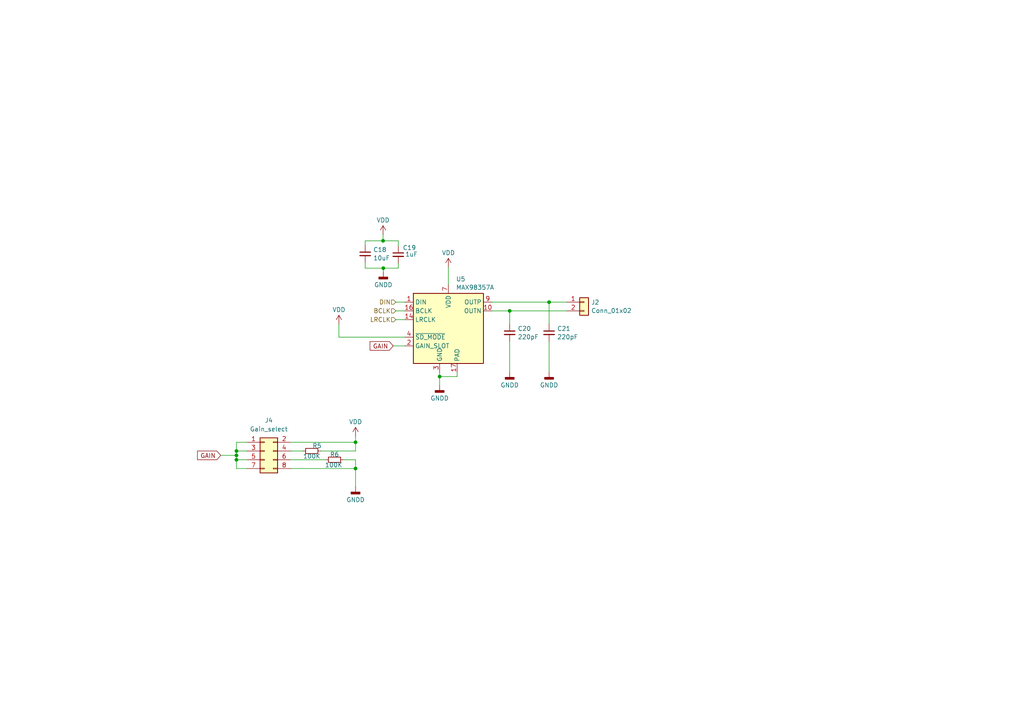
<source format=kicad_sch>
(kicad_sch
	(version 20231120)
	(generator "eeschema")
	(generator_version "8.0")
	(uuid "05de64a9-fe69-439f-a47f-1d4004c42f1d")
	(paper "A4")
	(lib_symbols
		(symbol "Audio:MAX98357A"
			(exclude_from_sim no)
			(in_bom yes)
			(on_board yes)
			(property "Reference" "U"
				(at -8.89 11.43 0)
				(effects
					(font
						(size 1.27 1.27)
					)
				)
			)
			(property "Value" "MAX98357A"
				(at 10.16 11.43 0)
				(effects
					(font
						(size 1.27 1.27)
					)
				)
			)
			(property "Footprint" "Package_DFN_QFN:TQFN-16-1EP_3x3mm_P0.5mm_EP1.23x1.23mm"
				(at -1.27 -2.54 0)
				(effects
					(font
						(size 1.27 1.27)
					)
					(hide yes)
				)
			)
			(property "Datasheet" "https://www.analog.com/media/en/technical-documentation/data-sheets/MAX98357A-MAX98357B.pdf"
				(at 0 -2.54 0)
				(effects
					(font
						(size 1.27 1.27)
					)
					(hide yes)
				)
			)
			(property "Description" "Mono DAC with amplifier, I2S, PCM, TDM, 32-bit, 96khz, 3.2W, TQFP-16"
				(at 0 0 0)
				(effects
					(font
						(size 1.27 1.27)
					)
					(hide yes)
				)
			)
			(property "ki_keywords" "pcm tdm i2s left-justified amplifier audio dac"
				(at 0 0 0)
				(effects
					(font
						(size 1.27 1.27)
					)
					(hide yes)
				)
			)
			(property "ki_fp_filters" "TQFN*3x3mm*P0.5mm*EP1.23x1.23mm*"
				(at 0 0 0)
				(effects
					(font
						(size 1.27 1.27)
					)
					(hide yes)
				)
			)
			(symbol "MAX98357A_1_1"
				(rectangle
					(start -10.16 10.16)
					(end 10.16 -10.16)
					(stroke
						(width 0.254)
						(type default)
					)
					(fill
						(type background)
					)
				)
				(pin input line
					(at -12.7 7.62 0)
					(length 2.54)
					(name "DIN"
						(effects
							(font
								(size 1.27 1.27)
							)
						)
					)
					(number "1"
						(effects
							(font
								(size 1.27 1.27)
							)
						)
					)
				)
				(pin output line
					(at 12.7 5.08 180)
					(length 2.54)
					(name "OUTN"
						(effects
							(font
								(size 1.27 1.27)
							)
						)
					)
					(number "10"
						(effects
							(font
								(size 1.27 1.27)
							)
						)
					)
				)
				(pin passive line
					(at -2.54 -12.7 90)
					(length 2.54) hide
					(name "GND"
						(effects
							(font
								(size 1.27 1.27)
							)
						)
					)
					(number "11"
						(effects
							(font
								(size 1.27 1.27)
							)
						)
					)
				)
				(pin no_connect line
					(at 10.16 -5.08 180)
					(length 2.54) hide
					(name "NC"
						(effects
							(font
								(size 1.27 1.27)
							)
						)
					)
					(number "12"
						(effects
							(font
								(size 1.27 1.27)
							)
						)
					)
				)
				(pin no_connect line
					(at 10.16 -7.62 180)
					(length 2.54) hide
					(name "NC"
						(effects
							(font
								(size 1.27 1.27)
							)
						)
					)
					(number "13"
						(effects
							(font
								(size 1.27 1.27)
							)
						)
					)
				)
				(pin input line
					(at -12.7 2.54 0)
					(length 2.54)
					(name "LRCLK"
						(effects
							(font
								(size 1.27 1.27)
							)
						)
					)
					(number "14"
						(effects
							(font
								(size 1.27 1.27)
							)
						)
					)
				)
				(pin passive line
					(at -2.54 -12.7 90)
					(length 2.54) hide
					(name "GND"
						(effects
							(font
								(size 1.27 1.27)
							)
						)
					)
					(number "15"
						(effects
							(font
								(size 1.27 1.27)
							)
						)
					)
				)
				(pin input line
					(at -12.7 5.08 0)
					(length 2.54)
					(name "BCLK"
						(effects
							(font
								(size 1.27 1.27)
							)
						)
					)
					(number "16"
						(effects
							(font
								(size 1.27 1.27)
							)
						)
					)
				)
				(pin unspecified line
					(at 2.54 -12.7 90)
					(length 2.54)
					(name "PAD"
						(effects
							(font
								(size 1.27 1.27)
							)
						)
					)
					(number "17"
						(effects
							(font
								(size 1.27 1.27)
							)
						)
					)
				)
				(pin passive line
					(at -12.7 -5.08 0)
					(length 2.54)
					(name "GAIN_SLOT"
						(effects
							(font
								(size 1.27 1.27)
							)
						)
					)
					(number "2"
						(effects
							(font
								(size 1.27 1.27)
							)
						)
					)
				)
				(pin power_in line
					(at -2.54 -12.7 90)
					(length 2.54)
					(name "GND"
						(effects
							(font
								(size 1.27 1.27)
							)
						)
					)
					(number "3"
						(effects
							(font
								(size 1.27 1.27)
							)
						)
					)
				)
				(pin input line
					(at -12.7 -2.54 0)
					(length 2.54)
					(name "~{SD_MODE}"
						(effects
							(font
								(size 1.27 1.27)
							)
						)
					)
					(number "4"
						(effects
							(font
								(size 1.27 1.27)
							)
						)
					)
				)
				(pin no_connect line
					(at 10.16 2.54 180)
					(length 2.54) hide
					(name "NC"
						(effects
							(font
								(size 1.27 1.27)
							)
						)
					)
					(number "5"
						(effects
							(font
								(size 1.27 1.27)
							)
						)
					)
				)
				(pin no_connect line
					(at 10.16 0 180)
					(length 2.54) hide
					(name "NC"
						(effects
							(font
								(size 1.27 1.27)
							)
						)
					)
					(number "6"
						(effects
							(font
								(size 1.27 1.27)
							)
						)
					)
				)
				(pin power_in line
					(at 0 12.7 270)
					(length 2.54)
					(name "VDD"
						(effects
							(font
								(size 1.27 1.27)
							)
						)
					)
					(number "7"
						(effects
							(font
								(size 1.27 1.27)
							)
						)
					)
				)
				(pin passive line
					(at 0 12.7 270)
					(length 2.54) hide
					(name "VDD"
						(effects
							(font
								(size 1.27 1.27)
							)
						)
					)
					(number "8"
						(effects
							(font
								(size 1.27 1.27)
							)
						)
					)
				)
				(pin output line
					(at 12.7 7.62 180)
					(length 2.54)
					(name "OUTP"
						(effects
							(font
								(size 1.27 1.27)
							)
						)
					)
					(number "9"
						(effects
							(font
								(size 1.27 1.27)
							)
						)
					)
				)
			)
		)
		(symbol "Connector_Generic:Conn_01x02"
			(pin_names
				(offset 1.016) hide)
			(exclude_from_sim no)
			(in_bom yes)
			(on_board yes)
			(property "Reference" "J"
				(at 0 2.54 0)
				(effects
					(font
						(size 1.27 1.27)
					)
				)
			)
			(property "Value" "Conn_01x02"
				(at 0 -5.08 0)
				(effects
					(font
						(size 1.27 1.27)
					)
				)
			)
			(property "Footprint" ""
				(at 0 0 0)
				(effects
					(font
						(size 1.27 1.27)
					)
					(hide yes)
				)
			)
			(property "Datasheet" "~"
				(at 0 0 0)
				(effects
					(font
						(size 1.27 1.27)
					)
					(hide yes)
				)
			)
			(property "Description" "Generic connector, single row, 01x02, script generated (kicad-library-utils/schlib/autogen/connector/)"
				(at 0 0 0)
				(effects
					(font
						(size 1.27 1.27)
					)
					(hide yes)
				)
			)
			(property "ki_keywords" "connector"
				(at 0 0 0)
				(effects
					(font
						(size 1.27 1.27)
					)
					(hide yes)
				)
			)
			(property "ki_fp_filters" "Connector*:*_1x??_*"
				(at 0 0 0)
				(effects
					(font
						(size 1.27 1.27)
					)
					(hide yes)
				)
			)
			(symbol "Conn_01x02_1_1"
				(rectangle
					(start -1.27 -2.413)
					(end 0 -2.667)
					(stroke
						(width 0.1524)
						(type default)
					)
					(fill
						(type none)
					)
				)
				(rectangle
					(start -1.27 0.127)
					(end 0 -0.127)
					(stroke
						(width 0.1524)
						(type default)
					)
					(fill
						(type none)
					)
				)
				(rectangle
					(start -1.27 1.27)
					(end 1.27 -3.81)
					(stroke
						(width 0.254)
						(type default)
					)
					(fill
						(type background)
					)
				)
				(pin passive line
					(at -5.08 0 0)
					(length 3.81)
					(name "Pin_1"
						(effects
							(font
								(size 1.27 1.27)
							)
						)
					)
					(number "1"
						(effects
							(font
								(size 1.27 1.27)
							)
						)
					)
				)
				(pin passive line
					(at -5.08 -2.54 0)
					(length 3.81)
					(name "Pin_2"
						(effects
							(font
								(size 1.27 1.27)
							)
						)
					)
					(number "2"
						(effects
							(font
								(size 1.27 1.27)
							)
						)
					)
				)
			)
		)
		(symbol "Connector_Generic:Conn_02x04_Odd_Even"
			(pin_names
				(offset 1.016) hide)
			(exclude_from_sim no)
			(in_bom yes)
			(on_board yes)
			(property "Reference" "J"
				(at 1.27 5.08 0)
				(effects
					(font
						(size 1.27 1.27)
					)
				)
			)
			(property "Value" "Conn_02x04_Odd_Even"
				(at 1.27 -7.62 0)
				(effects
					(font
						(size 1.27 1.27)
					)
				)
			)
			(property "Footprint" ""
				(at 0 0 0)
				(effects
					(font
						(size 1.27 1.27)
					)
					(hide yes)
				)
			)
			(property "Datasheet" "~"
				(at 0 0 0)
				(effects
					(font
						(size 1.27 1.27)
					)
					(hide yes)
				)
			)
			(property "Description" "Generic connector, double row, 02x04, odd/even pin numbering scheme (row 1 odd numbers, row 2 even numbers), script generated (kicad-library-utils/schlib/autogen/connector/)"
				(at 0 0 0)
				(effects
					(font
						(size 1.27 1.27)
					)
					(hide yes)
				)
			)
			(property "ki_keywords" "connector"
				(at 0 0 0)
				(effects
					(font
						(size 1.27 1.27)
					)
					(hide yes)
				)
			)
			(property "ki_fp_filters" "Connector*:*_2x??_*"
				(at 0 0 0)
				(effects
					(font
						(size 1.27 1.27)
					)
					(hide yes)
				)
			)
			(symbol "Conn_02x04_Odd_Even_1_1"
				(rectangle
					(start -1.27 -4.953)
					(end 0 -5.207)
					(stroke
						(width 0.1524)
						(type default)
					)
					(fill
						(type none)
					)
				)
				(rectangle
					(start -1.27 -2.413)
					(end 0 -2.667)
					(stroke
						(width 0.1524)
						(type default)
					)
					(fill
						(type none)
					)
				)
				(rectangle
					(start -1.27 0.127)
					(end 0 -0.127)
					(stroke
						(width 0.1524)
						(type default)
					)
					(fill
						(type none)
					)
				)
				(rectangle
					(start -1.27 2.667)
					(end 0 2.413)
					(stroke
						(width 0.1524)
						(type default)
					)
					(fill
						(type none)
					)
				)
				(rectangle
					(start -1.27 3.81)
					(end 3.81 -6.35)
					(stroke
						(width 0.254)
						(type default)
					)
					(fill
						(type background)
					)
				)
				(rectangle
					(start 3.81 -4.953)
					(end 2.54 -5.207)
					(stroke
						(width 0.1524)
						(type default)
					)
					(fill
						(type none)
					)
				)
				(rectangle
					(start 3.81 -2.413)
					(end 2.54 -2.667)
					(stroke
						(width 0.1524)
						(type default)
					)
					(fill
						(type none)
					)
				)
				(rectangle
					(start 3.81 0.127)
					(end 2.54 -0.127)
					(stroke
						(width 0.1524)
						(type default)
					)
					(fill
						(type none)
					)
				)
				(rectangle
					(start 3.81 2.667)
					(end 2.54 2.413)
					(stroke
						(width 0.1524)
						(type default)
					)
					(fill
						(type none)
					)
				)
				(pin passive line
					(at -5.08 2.54 0)
					(length 3.81)
					(name "Pin_1"
						(effects
							(font
								(size 1.27 1.27)
							)
						)
					)
					(number "1"
						(effects
							(font
								(size 1.27 1.27)
							)
						)
					)
				)
				(pin passive line
					(at 7.62 2.54 180)
					(length 3.81)
					(name "Pin_2"
						(effects
							(font
								(size 1.27 1.27)
							)
						)
					)
					(number "2"
						(effects
							(font
								(size 1.27 1.27)
							)
						)
					)
				)
				(pin passive line
					(at -5.08 0 0)
					(length 3.81)
					(name "Pin_3"
						(effects
							(font
								(size 1.27 1.27)
							)
						)
					)
					(number "3"
						(effects
							(font
								(size 1.27 1.27)
							)
						)
					)
				)
				(pin passive line
					(at 7.62 0 180)
					(length 3.81)
					(name "Pin_4"
						(effects
							(font
								(size 1.27 1.27)
							)
						)
					)
					(number "4"
						(effects
							(font
								(size 1.27 1.27)
							)
						)
					)
				)
				(pin passive line
					(at -5.08 -2.54 0)
					(length 3.81)
					(name "Pin_5"
						(effects
							(font
								(size 1.27 1.27)
							)
						)
					)
					(number "5"
						(effects
							(font
								(size 1.27 1.27)
							)
						)
					)
				)
				(pin passive line
					(at 7.62 -2.54 180)
					(length 3.81)
					(name "Pin_6"
						(effects
							(font
								(size 1.27 1.27)
							)
						)
					)
					(number "6"
						(effects
							(font
								(size 1.27 1.27)
							)
						)
					)
				)
				(pin passive line
					(at -5.08 -5.08 0)
					(length 3.81)
					(name "Pin_7"
						(effects
							(font
								(size 1.27 1.27)
							)
						)
					)
					(number "7"
						(effects
							(font
								(size 1.27 1.27)
							)
						)
					)
				)
				(pin passive line
					(at 7.62 -5.08 180)
					(length 3.81)
					(name "Pin_8"
						(effects
							(font
								(size 1.27 1.27)
							)
						)
					)
					(number "8"
						(effects
							(font
								(size 1.27 1.27)
							)
						)
					)
				)
			)
		)
		(symbol "Device:C_Small"
			(pin_numbers hide)
			(pin_names
				(offset 0.254) hide)
			(exclude_from_sim no)
			(in_bom yes)
			(on_board yes)
			(property "Reference" "C"
				(at 0.254 1.778 0)
				(effects
					(font
						(size 1.27 1.27)
					)
					(justify left)
				)
			)
			(property "Value" "C_Small"
				(at 0.254 -2.032 0)
				(effects
					(font
						(size 1.27 1.27)
					)
					(justify left)
				)
			)
			(property "Footprint" ""
				(at 0 0 0)
				(effects
					(font
						(size 1.27 1.27)
					)
					(hide yes)
				)
			)
			(property "Datasheet" "~"
				(at 0 0 0)
				(effects
					(font
						(size 1.27 1.27)
					)
					(hide yes)
				)
			)
			(property "Description" "Unpolarized capacitor, small symbol"
				(at 0 0 0)
				(effects
					(font
						(size 1.27 1.27)
					)
					(hide yes)
				)
			)
			(property "ki_keywords" "capacitor cap"
				(at 0 0 0)
				(effects
					(font
						(size 1.27 1.27)
					)
					(hide yes)
				)
			)
			(property "ki_fp_filters" "C_*"
				(at 0 0 0)
				(effects
					(font
						(size 1.27 1.27)
					)
					(hide yes)
				)
			)
			(symbol "C_Small_0_1"
				(polyline
					(pts
						(xy -1.524 -0.508) (xy 1.524 -0.508)
					)
					(stroke
						(width 0.3302)
						(type default)
					)
					(fill
						(type none)
					)
				)
				(polyline
					(pts
						(xy -1.524 0.508) (xy 1.524 0.508)
					)
					(stroke
						(width 0.3048)
						(type default)
					)
					(fill
						(type none)
					)
				)
			)
			(symbol "C_Small_1_1"
				(pin passive line
					(at 0 2.54 270)
					(length 2.032)
					(name "~"
						(effects
							(font
								(size 1.27 1.27)
							)
						)
					)
					(number "1"
						(effects
							(font
								(size 1.27 1.27)
							)
						)
					)
				)
				(pin passive line
					(at 0 -2.54 90)
					(length 2.032)
					(name "~"
						(effects
							(font
								(size 1.27 1.27)
							)
						)
					)
					(number "2"
						(effects
							(font
								(size 1.27 1.27)
							)
						)
					)
				)
			)
		)
		(symbol "Device:R_Small"
			(pin_numbers hide)
			(pin_names
				(offset 0.254) hide)
			(exclude_from_sim no)
			(in_bom yes)
			(on_board yes)
			(property "Reference" "R"
				(at 0.762 0.508 0)
				(effects
					(font
						(size 1.27 1.27)
					)
					(justify left)
				)
			)
			(property "Value" "R_Small"
				(at 0.762 -1.016 0)
				(effects
					(font
						(size 1.27 1.27)
					)
					(justify left)
				)
			)
			(property "Footprint" ""
				(at 0 0 0)
				(effects
					(font
						(size 1.27 1.27)
					)
					(hide yes)
				)
			)
			(property "Datasheet" "~"
				(at 0 0 0)
				(effects
					(font
						(size 1.27 1.27)
					)
					(hide yes)
				)
			)
			(property "Description" "Resistor, small symbol"
				(at 0 0 0)
				(effects
					(font
						(size 1.27 1.27)
					)
					(hide yes)
				)
			)
			(property "ki_keywords" "R resistor"
				(at 0 0 0)
				(effects
					(font
						(size 1.27 1.27)
					)
					(hide yes)
				)
			)
			(property "ki_fp_filters" "R_*"
				(at 0 0 0)
				(effects
					(font
						(size 1.27 1.27)
					)
					(hide yes)
				)
			)
			(symbol "R_Small_0_1"
				(rectangle
					(start -0.762 1.778)
					(end 0.762 -1.778)
					(stroke
						(width 0.2032)
						(type default)
					)
					(fill
						(type none)
					)
				)
			)
			(symbol "R_Small_1_1"
				(pin passive line
					(at 0 2.54 270)
					(length 0.762)
					(name "~"
						(effects
							(font
								(size 1.27 1.27)
							)
						)
					)
					(number "1"
						(effects
							(font
								(size 1.27 1.27)
							)
						)
					)
				)
				(pin passive line
					(at 0 -2.54 90)
					(length 0.762)
					(name "~"
						(effects
							(font
								(size 1.27 1.27)
							)
						)
					)
					(number "2"
						(effects
							(font
								(size 1.27 1.27)
							)
						)
					)
				)
			)
		)
		(symbol "power:GNDD"
			(power)
			(pin_names
				(offset 0)
			)
			(exclude_from_sim no)
			(in_bom yes)
			(on_board yes)
			(property "Reference" "#PWR"
				(at 0 -6.35 0)
				(effects
					(font
						(size 1.27 1.27)
					)
					(hide yes)
				)
			)
			(property "Value" "GNDD"
				(at 0 -3.175 0)
				(effects
					(font
						(size 1.27 1.27)
					)
				)
			)
			(property "Footprint" ""
				(at 0 0 0)
				(effects
					(font
						(size 1.27 1.27)
					)
					(hide yes)
				)
			)
			(property "Datasheet" ""
				(at 0 0 0)
				(effects
					(font
						(size 1.27 1.27)
					)
					(hide yes)
				)
			)
			(property "Description" "Power symbol creates a global label with name \"GNDD\" , digital ground"
				(at 0 0 0)
				(effects
					(font
						(size 1.27 1.27)
					)
					(hide yes)
				)
			)
			(property "ki_keywords" "global power"
				(at 0 0 0)
				(effects
					(font
						(size 1.27 1.27)
					)
					(hide yes)
				)
			)
			(symbol "GNDD_0_1"
				(rectangle
					(start -1.27 -1.524)
					(end 1.27 -2.032)
					(stroke
						(width 0.254)
						(type default)
					)
					(fill
						(type outline)
					)
				)
				(polyline
					(pts
						(xy 0 0) (xy 0 -1.524)
					)
					(stroke
						(width 0)
						(type default)
					)
					(fill
						(type none)
					)
				)
			)
			(symbol "GNDD_1_1"
				(pin power_in line
					(at 0 0 270)
					(length 0) hide
					(name "GNDD"
						(effects
							(font
								(size 1.27 1.27)
							)
						)
					)
					(number "1"
						(effects
							(font
								(size 1.27 1.27)
							)
						)
					)
				)
			)
		)
		(symbol "power:VDD"
			(power)
			(pin_names
				(offset 0)
			)
			(exclude_from_sim no)
			(in_bom yes)
			(on_board yes)
			(property "Reference" "#PWR"
				(at 0 -3.81 0)
				(effects
					(font
						(size 1.27 1.27)
					)
					(hide yes)
				)
			)
			(property "Value" "VDD"
				(at 0 3.81 0)
				(effects
					(font
						(size 1.27 1.27)
					)
				)
			)
			(property "Footprint" ""
				(at 0 0 0)
				(effects
					(font
						(size 1.27 1.27)
					)
					(hide yes)
				)
			)
			(property "Datasheet" ""
				(at 0 0 0)
				(effects
					(font
						(size 1.27 1.27)
					)
					(hide yes)
				)
			)
			(property "Description" "Power symbol creates a global label with name \"VDD\""
				(at 0 0 0)
				(effects
					(font
						(size 1.27 1.27)
					)
					(hide yes)
				)
			)
			(property "ki_keywords" "global power"
				(at 0 0 0)
				(effects
					(font
						(size 1.27 1.27)
					)
					(hide yes)
				)
			)
			(symbol "VDD_0_1"
				(polyline
					(pts
						(xy -0.762 1.27) (xy 0 2.54)
					)
					(stroke
						(width 0)
						(type default)
					)
					(fill
						(type none)
					)
				)
				(polyline
					(pts
						(xy 0 0) (xy 0 2.54)
					)
					(stroke
						(width 0)
						(type default)
					)
					(fill
						(type none)
					)
				)
				(polyline
					(pts
						(xy 0 2.54) (xy 0.762 1.27)
					)
					(stroke
						(width 0)
						(type default)
					)
					(fill
						(type none)
					)
				)
			)
			(symbol "VDD_1_1"
				(pin power_in line
					(at 0 0 90)
					(length 0) hide
					(name "VDD"
						(effects
							(font
								(size 1.27 1.27)
							)
						)
					)
					(number "1"
						(effects
							(font
								(size 1.27 1.27)
							)
						)
					)
				)
			)
		)
	)
	(junction
		(at 111.0996 69.85)
		(diameter 0)
		(color 0 0 0 0)
		(uuid "00032f72-ae30-4bf8-aa1b-da5b7a70bd9b")
	)
	(junction
		(at 68.58 132.08)
		(diameter 0)
		(color 0 0 0 0)
		(uuid "0b905899-0cc4-414f-99aa-f76da8b529bc")
	)
	(junction
		(at 68.58 130.81)
		(diameter 0)
		(color 0 0 0 0)
		(uuid "19dfa822-8c67-4030-9f4d-080871467eb3")
	)
	(junction
		(at 111.1758 77.7748)
		(diameter 0)
		(color 0 0 0 0)
		(uuid "1e00b9d5-ad31-4fbb-a4c1-6de53ff2a396")
	)
	(junction
		(at 159.258 87.63)
		(diameter 0)
		(color 0 0 0 0)
		(uuid "1ecca323-6fd9-437f-bef9-e33175f3827c")
	)
	(junction
		(at 127.508 109.22)
		(diameter 0)
		(color 0 0 0 0)
		(uuid "50c28c03-28d5-4188-b51c-f34775d92f4b")
	)
	(junction
		(at 103.124 135.89)
		(diameter 0)
		(color 0 0 0 0)
		(uuid "74db27f5-d155-4d2e-a600-7ebdd75adf30")
	)
	(junction
		(at 68.58 133.35)
		(diameter 0)
		(color 0 0 0 0)
		(uuid "936ff1f8-2182-4210-9c7e-536ed2991eea")
	)
	(junction
		(at 103.124 128.27)
		(diameter 0)
		(color 0 0 0 0)
		(uuid "9f6b2cd8-fe4d-4313-b0fd-dbc0253b1e19")
	)
	(junction
		(at 147.828 90.17)
		(diameter 0)
		(color 0 0 0 0)
		(uuid "b681dae8-13d6-4147-a67f-7d0817586e49")
	)
	(wire
		(pts
			(xy 114.808 92.71) (xy 117.348 92.71)
		)
		(stroke
			(width 0)
			(type default)
		)
		(uuid "025b4e83-36c9-4195-b82b-8ce6bf83aa4e")
	)
	(wire
		(pts
			(xy 114.046 100.33) (xy 117.348 100.33)
		)
		(stroke
			(width 0)
			(type default)
		)
		(uuid "0304a8ec-ffaa-4778-98f4-bda7d7bcdc4e")
	)
	(wire
		(pts
			(xy 127.508 109.22) (xy 127.508 111.76)
		)
		(stroke
			(width 0)
			(type default)
		)
		(uuid "0b14d61e-0956-4c16-ad38-b23ed74c6f7b")
	)
	(wire
		(pts
			(xy 105.918 76.1746) (xy 105.918 77.7748)
		)
		(stroke
			(width 0)
			(type default)
		)
		(uuid "102bf150-92db-4cf6-9898-119c82509612")
	)
	(wire
		(pts
			(xy 142.748 87.63) (xy 159.258 87.63)
		)
		(stroke
			(width 0)
			(type default)
		)
		(uuid "134bed80-fc09-44d7-9d50-a25572d6aa73")
	)
	(wire
		(pts
			(xy 92.964 130.81) (xy 103.124 130.81)
		)
		(stroke
			(width 0)
			(type default)
		)
		(uuid "14ea0a11-08a6-4901-bb24-29c94fa43fd6")
	)
	(wire
		(pts
			(xy 68.58 130.81) (xy 68.58 132.08)
		)
		(stroke
			(width 0)
			(type default)
		)
		(uuid "1530667e-5abc-4e1c-95d2-91096573714b")
	)
	(wire
		(pts
			(xy 142.748 90.17) (xy 147.828 90.17)
		)
		(stroke
			(width 0)
			(type default)
		)
		(uuid "15351389-4f9a-45eb-9fd5-eec9dbae7eb4")
	)
	(wire
		(pts
			(xy 159.258 87.63) (xy 159.258 93.98)
		)
		(stroke
			(width 0)
			(type default)
		)
		(uuid "193a0b4d-0866-44db-998c-833170ce3adc")
	)
	(wire
		(pts
			(xy 111.0996 69.85) (xy 115.5192 69.85)
		)
		(stroke
			(width 0)
			(type default)
		)
		(uuid "2f9d64e9-a8ce-4a02-bd35-5c582a58e926")
	)
	(wire
		(pts
			(xy 115.5192 69.85) (xy 115.5192 71.3232)
		)
		(stroke
			(width 0)
			(type default)
		)
		(uuid "314d1e09-0ba1-46f6-a9b5-2d2083209bf0")
	)
	(wire
		(pts
			(xy 114.808 87.63) (xy 117.348 87.63)
		)
		(stroke
			(width 0)
			(type default)
		)
		(uuid "36a6da45-1f1b-4da1-a1cb-bf342a667bf3")
	)
	(wire
		(pts
			(xy 147.828 90.17) (xy 147.828 93.98)
		)
		(stroke
			(width 0)
			(type default)
		)
		(uuid "3a73a354-1c39-4405-b155-242a37e34b7a")
	)
	(wire
		(pts
			(xy 105.918 77.7748) (xy 111.1758 77.7748)
		)
		(stroke
			(width 0)
			(type default)
		)
		(uuid "3d854feb-fb3f-4328-bb6d-8604765e5411")
	)
	(wire
		(pts
			(xy 103.124 135.89) (xy 103.124 141.224)
		)
		(stroke
			(width 0)
			(type default)
		)
		(uuid "4516fd53-3049-46b2-b5d1-d6f6c57cc6e2")
	)
	(wire
		(pts
			(xy 103.124 133.35) (xy 103.124 135.89)
		)
		(stroke
			(width 0)
			(type default)
		)
		(uuid "49199af4-b37d-4589-bd98-fab8ccbd28e4")
	)
	(wire
		(pts
			(xy 111.0996 67.9958) (xy 111.0996 69.85)
		)
		(stroke
			(width 0)
			(type default)
		)
		(uuid "557f46e3-5d76-4186-abbf-af7cbb17ada0")
	)
	(wire
		(pts
			(xy 105.918 69.85) (xy 111.0996 69.85)
		)
		(stroke
			(width 0)
			(type default)
		)
		(uuid "568de6a5-2d89-440f-bffd-95c72449e25e")
	)
	(wire
		(pts
			(xy 68.58 132.08) (xy 68.58 133.35)
		)
		(stroke
			(width 0)
			(type default)
		)
		(uuid "584248ee-ac76-4117-9eaa-ca2e4bab97ec")
	)
	(wire
		(pts
			(xy 103.124 130.81) (xy 103.124 128.27)
		)
		(stroke
			(width 0)
			(type default)
		)
		(uuid "5c50a20f-fce2-4a26-9527-58b990674f54")
	)
	(wire
		(pts
			(xy 68.58 133.35) (xy 68.58 135.89)
		)
		(stroke
			(width 0)
			(type default)
		)
		(uuid "5cad2134-7cbb-498a-a55e-3a08a0860e27")
	)
	(wire
		(pts
			(xy 68.58 135.89) (xy 71.628 135.89)
		)
		(stroke
			(width 0)
			(type default)
		)
		(uuid "5dae7e9c-ec41-40c9-bdc6-532a4bb95d33")
	)
	(wire
		(pts
			(xy 111.1758 77.7748) (xy 115.5192 77.7748)
		)
		(stroke
			(width 0)
			(type default)
		)
		(uuid "67c274c8-4a88-4389-a010-a0588dc66664")
	)
	(wire
		(pts
			(xy 114.808 90.17) (xy 117.348 90.17)
		)
		(stroke
			(width 0)
			(type default)
		)
		(uuid "70c467cd-6e59-4801-b8d1-a657d148d658")
	)
	(wire
		(pts
			(xy 115.5192 77.7748) (xy 115.5192 76.4032)
		)
		(stroke
			(width 0)
			(type default)
		)
		(uuid "714d39e3-dbf1-43c6-aaf4-9cde9c668c07")
	)
	(wire
		(pts
			(xy 99.568 133.35) (xy 103.124 133.35)
		)
		(stroke
			(width 0)
			(type default)
		)
		(uuid "71d42c25-4993-4926-b266-17f719fe3f36")
	)
	(wire
		(pts
			(xy 84.328 133.35) (xy 94.488 133.35)
		)
		(stroke
			(width 0)
			(type default)
		)
		(uuid "751d6007-e7ce-4392-a113-0def2d0cdd56")
	)
	(wire
		(pts
			(xy 64.008 132.08) (xy 68.58 132.08)
		)
		(stroke
			(width 0)
			(type default)
		)
		(uuid "772dee45-c55d-4760-9de4-dc05102a1ffb")
	)
	(wire
		(pts
			(xy 130.048 77.47) (xy 130.048 82.55)
		)
		(stroke
			(width 0)
			(type default)
		)
		(uuid "78822294-1ba1-41f2-846a-86244c657a0f")
	)
	(wire
		(pts
			(xy 84.328 135.89) (xy 103.124 135.89)
		)
		(stroke
			(width 0)
			(type default)
		)
		(uuid "7d764626-c300-42ad-988f-908383108876")
	)
	(wire
		(pts
			(xy 98.298 93.98) (xy 98.298 97.79)
		)
		(stroke
			(width 0)
			(type default)
		)
		(uuid "82d1383a-afb9-4a50-b032-8f625ff482bc")
	)
	(wire
		(pts
			(xy 68.58 130.81) (xy 71.628 130.81)
		)
		(stroke
			(width 0)
			(type default)
		)
		(uuid "864dd370-f41c-4c31-8b9e-ca56105290a3")
	)
	(wire
		(pts
			(xy 147.828 90.17) (xy 164.338 90.17)
		)
		(stroke
			(width 0)
			(type default)
		)
		(uuid "a5515e1c-b320-4020-afcc-c0605e7f437a")
	)
	(wire
		(pts
			(xy 68.58 133.35) (xy 71.628 133.35)
		)
		(stroke
			(width 0)
			(type default)
		)
		(uuid "aef52c80-6ffe-4025-a15e-914bc49ac53f")
	)
	(wire
		(pts
			(xy 68.58 128.27) (xy 68.58 130.81)
		)
		(stroke
			(width 0)
			(type default)
		)
		(uuid "af134519-a85c-463a-b7c7-4d154224f6af")
	)
	(wire
		(pts
			(xy 103.124 128.27) (xy 103.124 126.492)
		)
		(stroke
			(width 0)
			(type default)
		)
		(uuid "b197957a-fc02-4f0d-a2e1-c763355faede")
	)
	(wire
		(pts
			(xy 71.628 128.27) (xy 68.58 128.27)
		)
		(stroke
			(width 0)
			(type default)
		)
		(uuid "b3a6c1bd-4351-41d7-9fb4-542c09170bdf")
	)
	(wire
		(pts
			(xy 127.508 107.95) (xy 127.508 109.22)
		)
		(stroke
			(width 0)
			(type default)
		)
		(uuid "b78954ee-8e2c-42e9-a7b4-9d9e2053a00f")
	)
	(wire
		(pts
			(xy 84.328 128.27) (xy 103.124 128.27)
		)
		(stroke
			(width 0)
			(type default)
		)
		(uuid "b8097e41-4c84-4965-b79e-a52d88f06027")
	)
	(wire
		(pts
			(xy 105.918 71.0946) (xy 105.918 69.85)
		)
		(stroke
			(width 0)
			(type default)
		)
		(uuid "c27caa2e-56bf-46a4-9295-24e9429b5ea2")
	)
	(wire
		(pts
			(xy 132.588 109.22) (xy 127.508 109.22)
		)
		(stroke
			(width 0)
			(type default)
		)
		(uuid "c99b66b1-8833-4fcc-87b8-cfad9100c7ab")
	)
	(wire
		(pts
			(xy 111.1758 77.7748) (xy 111.1758 78.867)
		)
		(stroke
			(width 0)
			(type default)
		)
		(uuid "cdb9c905-8779-4671-8c38-028d08bdde89")
	)
	(wire
		(pts
			(xy 84.328 130.81) (xy 87.884 130.81)
		)
		(stroke
			(width 0)
			(type default)
		)
		(uuid "ce2268d8-50db-49c3-b0fe-8d73d749baf0")
	)
	(wire
		(pts
			(xy 159.258 87.63) (xy 164.338 87.63)
		)
		(stroke
			(width 0)
			(type default)
		)
		(uuid "e45e6e05-2b38-42de-a3b1-24117d344814")
	)
	(wire
		(pts
			(xy 147.828 99.06) (xy 147.828 107.95)
		)
		(stroke
			(width 0)
			(type default)
		)
		(uuid "f10fb12d-796b-42ab-b2ef-dc99045ca321")
	)
	(wire
		(pts
			(xy 159.258 99.06) (xy 159.258 107.95)
		)
		(stroke
			(width 0)
			(type default)
		)
		(uuid "f46a144e-43d5-4f50-93c6-484367f9ae8d")
	)
	(wire
		(pts
			(xy 132.588 107.95) (xy 132.588 109.22)
		)
		(stroke
			(width 0)
			(type default)
		)
		(uuid "f78b7bc0-955f-49d1-a785-2c33abba710e")
	)
	(wire
		(pts
			(xy 98.298 97.79) (xy 117.348 97.79)
		)
		(stroke
			(width 0)
			(type default)
		)
		(uuid "ff4f220e-c257-4f17-b4d4-807b195f326f")
	)
	(global_label "GAIN"
		(shape input)
		(at 114.046 100.33 180)
		(fields_autoplaced yes)
		(effects
			(font
				(size 1.27 1.27)
			)
			(justify right)
		)
		(uuid "03b8b9ec-e384-4359-b543-9149c77f83e8")
		(property "Intersheetrefs" "${INTERSHEET_REFS}"
			(at 106.7669 100.33 0)
			(effects
				(font
					(size 1.27 1.27)
				)
				(justify right)
				(hide yes)
			)
		)
	)
	(global_label "GAIN"
		(shape input)
		(at 64.008 132.08 180)
		(fields_autoplaced yes)
		(effects
			(font
				(size 1.27 1.27)
			)
			(justify right)
		)
		(uuid "8823a6aa-0536-4ef1-b15c-70ca177afa26")
		(property "Intersheetrefs" "${INTERSHEET_REFS}"
			(at 56.7289 132.08 0)
			(effects
				(font
					(size 1.27 1.27)
				)
				(justify right)
				(hide yes)
			)
		)
	)
	(hierarchical_label "DIN"
		(shape input)
		(at 114.808 87.63 180)
		(effects
			(font
				(size 1.27 1.27)
			)
			(justify right)
		)
		(uuid "01878e66-8ea9-4726-ae7c-00fe5f235917")
	)
	(hierarchical_label "BCLK"
		(shape input)
		(at 114.808 90.17 180)
		(effects
			(font
				(size 1.27 1.27)
			)
			(justify right)
		)
		(uuid "4a48af91-2b30-40aa-9f39-71c1544b72b2")
	)
	(hierarchical_label "LRCLK"
		(shape input)
		(at 114.808 92.71 180)
		(effects
			(font
				(size 1.27 1.27)
			)
			(justify right)
		)
		(uuid "5cca0c5c-e3a7-42de-9048-ded5121fc4a5")
	)
	(symbol
		(lib_id "power:GNDD")
		(at 103.124 141.224 0)
		(unit 1)
		(exclude_from_sim no)
		(in_bom yes)
		(on_board yes)
		(dnp no)
		(fields_autoplaced yes)
		(uuid "049a50b5-36d0-402b-9bdf-ad755fdb464f")
		(property "Reference" "#PWR039"
			(at 103.124 147.574 0)
			(effects
				(font
					(size 1.27 1.27)
				)
				(hide yes)
			)
		)
		(property "Value" "GNDD"
			(at 103.124 144.9761 0)
			(effects
				(font
					(size 1.27 1.27)
				)
			)
		)
		(property "Footprint" ""
			(at 103.124 141.224 0)
			(effects
				(font
					(size 1.27 1.27)
				)
				(hide yes)
			)
		)
		(property "Datasheet" ""
			(at 103.124 141.224 0)
			(effects
				(font
					(size 1.27 1.27)
				)
				(hide yes)
			)
		)
		(property "Description" ""
			(at 103.124 141.224 0)
			(effects
				(font
					(size 1.27 1.27)
				)
				(hide yes)
			)
		)
		(pin "1"
			(uuid "577f85bf-98f4-41ad-9b5a-3220c0b15e5f")
		)
		(instances
			(project "ADC_16bit_board_v0r0"
				(path "/8e32e40b-ffe6-4c0f-a79d-8b81109bf7e8/7163525a-cb80-4997-add5-629f2c6bd6a8"
					(reference "#PWR039")
					(unit 1)
				)
			)
		)
	)
	(symbol
		(lib_id "Device:C_Small")
		(at 147.828 96.52 0)
		(unit 1)
		(exclude_from_sim no)
		(in_bom yes)
		(on_board yes)
		(dnp no)
		(fields_autoplaced yes)
		(uuid "0a15f104-070c-4ad6-baf0-d325a65ed087")
		(property "Reference" "C20"
			(at 150.1521 95.3141 0)
			(effects
				(font
					(size 1.27 1.27)
				)
				(justify left)
			)
		)
		(property "Value" "220pF"
			(at 150.1521 97.7384 0)
			(effects
				(font
					(size 1.27 1.27)
				)
				(justify left)
			)
		)
		(property "Footprint" "Capacitor_SMD:C_0603_1608Metric"
			(at 147.828 96.52 0)
			(effects
				(font
					(size 1.27 1.27)
				)
				(hide yes)
			)
		)
		(property "Datasheet" "~"
			(at 147.828 96.52 0)
			(effects
				(font
					(size 1.27 1.27)
				)
				(hide yes)
			)
		)
		(property "Description" "Unpolarized capacitor, small symbol"
			(at 147.828 96.52 0)
			(effects
				(font
					(size 1.27 1.27)
				)
				(hide yes)
			)
		)
		(property "Desc" "CAP CER 220PF 50V X7R 0603"
			(at 147.828 96.52 0)
			(effects
				(font
					(size 1.27 1.27)
				)
				(hide yes)
			)
		)
		(property "Digi-Key_PN" "1276-1986-1-ND"
			(at 147.828 96.52 0)
			(effects
				(font
					(size 1.27 1.27)
				)
				(hide yes)
			)
		)
		(pin "2"
			(uuid "0ab7a092-09e7-42b8-a8a6-512d345a455c")
		)
		(pin "1"
			(uuid "8d557b70-c1e1-47c2-a2a2-cbb356d00d3b")
		)
		(instances
			(project "ADC_16bit_board_v0r0"
				(path "/8e32e40b-ffe6-4c0f-a79d-8b81109bf7e8/7163525a-cb80-4997-add5-629f2c6bd6a8"
					(reference "C20")
					(unit 1)
				)
			)
		)
	)
	(symbol
		(lib_id "power:GNDD")
		(at 159.258 107.95 0)
		(unit 1)
		(exclude_from_sim no)
		(in_bom yes)
		(on_board yes)
		(dnp no)
		(fields_autoplaced yes)
		(uuid "1377b0ec-bf6d-45e4-91f8-a9b169ff3c2a")
		(property "Reference" "#PWR031"
			(at 159.258 114.3 0)
			(effects
				(font
					(size 1.27 1.27)
				)
				(hide yes)
			)
		)
		(property "Value" "GNDD"
			(at 159.258 111.7021 0)
			(effects
				(font
					(size 1.27 1.27)
				)
			)
		)
		(property "Footprint" ""
			(at 159.258 107.95 0)
			(effects
				(font
					(size 1.27 1.27)
				)
				(hide yes)
			)
		)
		(property "Datasheet" ""
			(at 159.258 107.95 0)
			(effects
				(font
					(size 1.27 1.27)
				)
				(hide yes)
			)
		)
		(property "Description" ""
			(at 159.258 107.95 0)
			(effects
				(font
					(size 1.27 1.27)
				)
				(hide yes)
			)
		)
		(pin "1"
			(uuid "8ea88b19-2b23-462e-bf8e-4f707275cf06")
		)
		(instances
			(project "ADC_16bit_board_v0r0"
				(path "/8e32e40b-ffe6-4c0f-a79d-8b81109bf7e8/7163525a-cb80-4997-add5-629f2c6bd6a8"
					(reference "#PWR031")
					(unit 1)
				)
			)
		)
	)
	(symbol
		(lib_id "Device:R_Small")
		(at 97.028 133.35 90)
		(unit 1)
		(exclude_from_sim no)
		(in_bom yes)
		(on_board yes)
		(dnp no)
		(uuid "1a7b0aa7-efe7-465e-ad03-763ef87f7f99")
		(property "Reference" "R6"
			(at 97.028 131.826 90)
			(effects
				(font
					(size 1.27 1.27)
				)
			)
		)
		(property "Value" "100K"
			(at 96.774 134.874 90)
			(effects
				(font
					(size 1.27 1.27)
				)
			)
		)
		(property "Footprint" "Resistor_SMD:R_0603_1608Metric"
			(at 97.028 133.35 0)
			(effects
				(font
					(size 1.27 1.27)
				)
				(hide yes)
			)
		)
		(property "Datasheet" "~"
			(at 97.028 133.35 0)
			(effects
				(font
					(size 1.27 1.27)
				)
				(hide yes)
			)
		)
		(property "Description" ""
			(at 97.028 133.35 0)
			(effects
				(font
					(size 1.27 1.27)
				)
				(hide yes)
			)
		)
		(property "Digi-Key_PN" "RMCF0603FT100KCT-ND"
			(at 97.028 133.35 0)
			(effects
				(font
					(size 1.27 1.27)
				)
				(hide yes)
			)
		)
		(property "Desc" "RES 100K OHM 1% 1/10W 0603"
			(at 97.028 133.35 0)
			(effects
				(font
					(size 1.27 1.27)
				)
				(hide yes)
			)
		)
		(pin "1"
			(uuid "e02cf378-2f1b-4bc4-897f-a9386bc2569b")
		)
		(pin "2"
			(uuid "29c4fd9d-efd9-4e9b-b591-ba769d08f2e4")
		)
		(instances
			(project "ADC_16bit_board_v0r0"
				(path "/8e32e40b-ffe6-4c0f-a79d-8b81109bf7e8/7163525a-cb80-4997-add5-629f2c6bd6a8"
					(reference "R6")
					(unit 1)
				)
			)
		)
	)
	(symbol
		(lib_id "Device:C_Small")
		(at 159.258 96.52 0)
		(unit 1)
		(exclude_from_sim no)
		(in_bom yes)
		(on_board yes)
		(dnp no)
		(fields_autoplaced yes)
		(uuid "1b4aada8-de39-44aa-9179-feaa850621de")
		(property "Reference" "C21"
			(at 161.5821 95.3141 0)
			(effects
				(font
					(size 1.27 1.27)
				)
				(justify left)
			)
		)
		(property "Value" "220pF"
			(at 161.5821 97.7384 0)
			(effects
				(font
					(size 1.27 1.27)
				)
				(justify left)
			)
		)
		(property "Footprint" "Capacitor_SMD:C_0603_1608Metric"
			(at 159.258 96.52 0)
			(effects
				(font
					(size 1.27 1.27)
				)
				(hide yes)
			)
		)
		(property "Datasheet" "~"
			(at 159.258 96.52 0)
			(effects
				(font
					(size 1.27 1.27)
				)
				(hide yes)
			)
		)
		(property "Description" "Unpolarized capacitor, small symbol"
			(at 159.258 96.52 0)
			(effects
				(font
					(size 1.27 1.27)
				)
				(hide yes)
			)
		)
		(property "Desc" "CAP CER 220PF 50V X7R 0603"
			(at 159.258 96.52 0)
			(effects
				(font
					(size 1.27 1.27)
				)
				(hide yes)
			)
		)
		(property "Digi-Key_PN" "1276-1986-1-ND"
			(at 159.258 96.52 0)
			(effects
				(font
					(size 1.27 1.27)
				)
				(hide yes)
			)
		)
		(pin "2"
			(uuid "47b93546-ad42-4930-97c2-b746664f458a")
		)
		(pin "1"
			(uuid "8e0cb6f5-0275-4109-a646-9a146a98f6f1")
		)
		(instances
			(project "ADC_16bit_board_v0r0"
				(path "/8e32e40b-ffe6-4c0f-a79d-8b81109bf7e8/7163525a-cb80-4997-add5-629f2c6bd6a8"
					(reference "C21")
					(unit 1)
				)
			)
		)
	)
	(symbol
		(lib_id "power:GNDD")
		(at 111.1758 78.867 0)
		(unit 1)
		(exclude_from_sim no)
		(in_bom yes)
		(on_board yes)
		(dnp no)
		(fields_autoplaced yes)
		(uuid "387841d2-eb95-47dc-9cd8-bee4c7de499c")
		(property "Reference" "#PWR027"
			(at 111.1758 85.217 0)
			(effects
				(font
					(size 1.27 1.27)
				)
				(hide yes)
			)
		)
		(property "Value" "GNDD"
			(at 111.1758 82.6191 0)
			(effects
				(font
					(size 1.27 1.27)
				)
			)
		)
		(property "Footprint" ""
			(at 111.1758 78.867 0)
			(effects
				(font
					(size 1.27 1.27)
				)
				(hide yes)
			)
		)
		(property "Datasheet" ""
			(at 111.1758 78.867 0)
			(effects
				(font
					(size 1.27 1.27)
				)
				(hide yes)
			)
		)
		(property "Description" ""
			(at 111.1758 78.867 0)
			(effects
				(font
					(size 1.27 1.27)
				)
				(hide yes)
			)
		)
		(pin "1"
			(uuid "803c6805-2a29-470f-9d8c-b27297876cd8")
		)
		(instances
			(project "ADC_16bit_board_v0r0"
				(path "/8e32e40b-ffe6-4c0f-a79d-8b81109bf7e8/7163525a-cb80-4997-add5-629f2c6bd6a8"
					(reference "#PWR027")
					(unit 1)
				)
			)
		)
	)
	(symbol
		(lib_id "Audio:MAX98357A")
		(at 130.048 95.25 0)
		(unit 1)
		(exclude_from_sim no)
		(in_bom yes)
		(on_board yes)
		(dnp no)
		(fields_autoplaced yes)
		(uuid "4877932a-61ee-449a-b84a-1026a6afd0de")
		(property "Reference" "U5"
			(at 132.2421 80.9455 0)
			(effects
				(font
					(size 1.27 1.27)
				)
				(justify left)
			)
		)
		(property "Value" "MAX98357A"
			(at 132.2421 83.3698 0)
			(effects
				(font
					(size 1.27 1.27)
				)
				(justify left)
			)
		)
		(property "Footprint" "Package_DFN_QFN:TQFN-16-1EP_3x3mm_P0.5mm_EP1.23x1.23mm"
			(at 128.778 97.79 0)
			(effects
				(font
					(size 1.27 1.27)
				)
				(hide yes)
			)
		)
		(property "Datasheet" "https://www.analog.com/media/en/technical-documentation/data-sheets/MAX98357A-MAX98357B.pdf"
			(at 130.048 97.79 0)
			(effects
				(font
					(size 1.27 1.27)
				)
				(hide yes)
			)
		)
		(property "Description" "Mono DAC with amplifier, I2S, PCM, TDM, 32-bit, 96khz, 3.2W, TQFP-16"
			(at 130.048 95.25 0)
			(effects
				(font
					(size 1.27 1.27)
				)
				(hide yes)
			)
		)
		(property "Desc" "IC AMP CLASS D MONO 3.2W 16TQFN"
			(at 130.048 95.25 0)
			(effects
				(font
					(size 1.27 1.27)
				)
				(hide yes)
			)
		)
		(property "Digi-Key_PN" "MAX98357AETE+TCT-ND"
			(at 130.048 95.25 0)
			(effects
				(font
					(size 1.27 1.27)
				)
				(hide yes)
			)
		)
		(pin "6"
			(uuid "aaa576ea-f471-4c45-8f40-1150d0f131a4")
		)
		(pin "2"
			(uuid "2a87209b-8169-49d9-b040-75647f04ab2b")
		)
		(pin "12"
			(uuid "cc5dbc07-5076-4d27-b26b-c260749f537a")
		)
		(pin "16"
			(uuid "08b70192-d7c5-4bdb-97c2-6a9f67c27b06")
		)
		(pin "7"
			(uuid "be566751-5466-4066-b0f5-914b020c7ebc")
		)
		(pin "13"
			(uuid "23d509e0-dbc7-4c17-ba55-c25df7bc1ad8")
		)
		(pin "1"
			(uuid "fccbd536-160a-4ae6-951f-00e7955ed305")
		)
		(pin "14"
			(uuid "42ab8825-53f2-4ada-ab00-17763d71c00b")
		)
		(pin "11"
			(uuid "1f9b2b93-1ce4-4a29-8d38-d4be863e7586")
		)
		(pin "3"
			(uuid "8885985c-2426-4f7e-b74c-6c15316c1765")
		)
		(pin "8"
			(uuid "c47d031c-33dd-4f41-b550-3f1f233febbb")
		)
		(pin "10"
			(uuid "fc687d90-fa8a-43ed-abe9-65784ef914ba")
		)
		(pin "17"
			(uuid "899a7ec1-fda9-4e6e-83b2-75daaf6aeeb0")
		)
		(pin "9"
			(uuid "1f3cac51-5f21-408b-95ea-77858c5e22e2")
		)
		(pin "5"
			(uuid "31623b29-cf7c-4c1d-8b9f-57704caff317")
		)
		(pin "4"
			(uuid "1dff75c0-7f34-45e3-9394-af027f50d10d")
		)
		(pin "15"
			(uuid "b47af730-82ae-483e-848e-30f8c75ecc78")
		)
		(instances
			(project "ADC_16bit_board_v0r0"
				(path "/8e32e40b-ffe6-4c0f-a79d-8b81109bf7e8/7163525a-cb80-4997-add5-629f2c6bd6a8"
					(reference "U5")
					(unit 1)
				)
			)
		)
	)
	(symbol
		(lib_id "power:GNDD")
		(at 147.828 107.95 0)
		(unit 1)
		(exclude_from_sim no)
		(in_bom yes)
		(on_board yes)
		(dnp no)
		(fields_autoplaced yes)
		(uuid "552244cb-cceb-4e1d-84f0-2300cbc5c0d6")
		(property "Reference" "#PWR030"
			(at 147.828 114.3 0)
			(effects
				(font
					(size 1.27 1.27)
				)
				(hide yes)
			)
		)
		(property "Value" "GNDD"
			(at 147.828 111.7021 0)
			(effects
				(font
					(size 1.27 1.27)
				)
			)
		)
		(property "Footprint" ""
			(at 147.828 107.95 0)
			(effects
				(font
					(size 1.27 1.27)
				)
				(hide yes)
			)
		)
		(property "Datasheet" ""
			(at 147.828 107.95 0)
			(effects
				(font
					(size 1.27 1.27)
				)
				(hide yes)
			)
		)
		(property "Description" ""
			(at 147.828 107.95 0)
			(effects
				(font
					(size 1.27 1.27)
				)
				(hide yes)
			)
		)
		(pin "1"
			(uuid "85d595bf-6457-45d1-8cf8-311367320f01")
		)
		(instances
			(project "ADC_16bit_board_v0r0"
				(path "/8e32e40b-ffe6-4c0f-a79d-8b81109bf7e8/7163525a-cb80-4997-add5-629f2c6bd6a8"
					(reference "#PWR030")
					(unit 1)
				)
			)
		)
	)
	(symbol
		(lib_id "power:GNDD")
		(at 127.508 111.76 0)
		(unit 1)
		(exclude_from_sim no)
		(in_bom yes)
		(on_board yes)
		(dnp no)
		(fields_autoplaced yes)
		(uuid "712f002f-d7ac-4d86-a934-53cab861d36d")
		(property "Reference" "#PWR028"
			(at 127.508 118.11 0)
			(effects
				(font
					(size 1.27 1.27)
				)
				(hide yes)
			)
		)
		(property "Value" "GNDD"
			(at 127.508 115.5121 0)
			(effects
				(font
					(size 1.27 1.27)
				)
			)
		)
		(property "Footprint" ""
			(at 127.508 111.76 0)
			(effects
				(font
					(size 1.27 1.27)
				)
				(hide yes)
			)
		)
		(property "Datasheet" ""
			(at 127.508 111.76 0)
			(effects
				(font
					(size 1.27 1.27)
				)
				(hide yes)
			)
		)
		(property "Description" ""
			(at 127.508 111.76 0)
			(effects
				(font
					(size 1.27 1.27)
				)
				(hide yes)
			)
		)
		(pin "1"
			(uuid "d2119f93-fc9d-4e46-ad42-6af72db60e1b")
		)
		(instances
			(project "ADC_16bit_board_v0r0"
				(path "/8e32e40b-ffe6-4c0f-a79d-8b81109bf7e8/7163525a-cb80-4997-add5-629f2c6bd6a8"
					(reference "#PWR028")
					(unit 1)
				)
			)
		)
	)
	(symbol
		(lib_id "Connector_Generic:Conn_01x02")
		(at 169.418 87.63 0)
		(unit 1)
		(exclude_from_sim no)
		(in_bom yes)
		(on_board yes)
		(dnp no)
		(fields_autoplaced yes)
		(uuid "9a3e8382-ef9f-4955-a1fd-c2842e280e6d")
		(property "Reference" "J2"
			(at 171.45 87.6878 0)
			(effects
				(font
					(size 1.27 1.27)
				)
				(justify left)
			)
		)
		(property "Value" "Conn_01x02"
			(at 171.45 90.1121 0)
			(effects
				(font
					(size 1.27 1.27)
				)
				(justify left)
			)
		)
		(property "Footprint" "TerminalBlock_Phoenix:TerminalBlock_Phoenix_PT-1,5-2-3.5-H_1x02_P3.50mm_Horizontal"
			(at 169.418 87.63 0)
			(effects
				(font
					(size 1.27 1.27)
				)
				(hide yes)
			)
		)
		(property "Datasheet" "~"
			(at 169.418 87.63 0)
			(effects
				(font
					(size 1.27 1.27)
				)
				(hide yes)
			)
		)
		(property "Description" ""
			(at 169.418 87.63 0)
			(effects
				(font
					(size 1.27 1.27)
				)
				(hide yes)
			)
		)
		(property "Desc" "TERM BLK 2POS SIDE ENT 3.5MM PCB"
			(at 169.418 87.63 0)
			(effects
				(font
					(size 1.27 1.27)
				)
				(hide yes)
			)
		)
		(property "Digi-Key_PN" "277-1721-ND"
			(at 169.418 87.63 0)
			(effects
				(font
					(size 1.27 1.27)
				)
				(hide yes)
			)
		)
		(pin "1"
			(uuid "adbd6eb0-19e7-4976-9a0e-6a935cac1140")
		)
		(pin "2"
			(uuid "faa19f87-040a-46c7-a8de-a397d6a63e39")
		)
		(instances
			(project "ADC_16bit_board_v0r0"
				(path "/8e32e40b-ffe6-4c0f-a79d-8b81109bf7e8/7163525a-cb80-4997-add5-629f2c6bd6a8"
					(reference "J2")
					(unit 1)
				)
			)
		)
	)
	(symbol
		(lib_id "Device:C_Small")
		(at 115.5192 73.8632 0)
		(unit 1)
		(exclude_from_sim no)
		(in_bom yes)
		(on_board yes)
		(dnp no)
		(uuid "9ac3edc9-426c-4ee4-ac54-4a8889d09e2b")
		(property "Reference" "C19"
			(at 116.7892 71.8566 0)
			(effects
				(font
					(size 1.27 1.27)
				)
				(justify left)
			)
		)
		(property "Value" "1uF"
			(at 117.5004 73.7616 0)
			(effects
				(font
					(size 1.27 1.27)
				)
				(justify left)
			)
		)
		(property "Footprint" "Capacitor_SMD:C_0603_1608Metric"
			(at 115.5192 73.8632 0)
			(effects
				(font
					(size 1.27 1.27)
				)
				(hide yes)
			)
		)
		(property "Datasheet" "~"
			(at 115.5192 73.8632 0)
			(effects
				(font
					(size 1.27 1.27)
				)
				(hide yes)
			)
		)
		(property "Description" ""
			(at 115.5192 73.8632 0)
			(effects
				(font
					(size 1.27 1.27)
				)
				(hide yes)
			)
		)
		(property "Desc" "CAP CER 1UF 16V X7R 0603"
			(at 115.5192 73.8632 0)
			(effects
				(font
					(size 1.27 1.27)
				)
				(hide yes)
			)
		)
		(property "Digi-Key_PN" "1276-1019-1-ND"
			(at 115.5192 73.8632 0)
			(effects
				(font
					(size 1.27 1.27)
				)
				(hide yes)
			)
		)
		(pin "1"
			(uuid "eadb1d59-adcc-4ee3-99ba-0a989a4bf99c")
		)
		(pin "2"
			(uuid "a3ed1858-d939-4584-b7d4-2984408996fd")
		)
		(instances
			(project "ADC_16bit_board_v0r0"
				(path "/8e32e40b-ffe6-4c0f-a79d-8b81109bf7e8/7163525a-cb80-4997-add5-629f2c6bd6a8"
					(reference "C19")
					(unit 1)
				)
			)
		)
	)
	(symbol
		(lib_id "Device:C_Small")
		(at 105.918 73.6346 0)
		(unit 1)
		(exclude_from_sim no)
		(in_bom yes)
		(on_board yes)
		(dnp no)
		(fields_autoplaced yes)
		(uuid "b3e167ef-b6f4-40cd-bd3c-f6f891e55c2a")
		(property "Reference" "C18"
			(at 108.2421 72.4288 0)
			(effects
				(font
					(size 1.27 1.27)
				)
				(justify left)
			)
		)
		(property "Value" "10uF"
			(at 108.2421 74.853 0)
			(effects
				(font
					(size 1.27 1.27)
				)
				(justify left)
			)
		)
		(property "Footprint" "Capacitor_SMD:C_0603_1608Metric"
			(at 105.918 73.6346 0)
			(effects
				(font
					(size 1.27 1.27)
				)
				(hide yes)
			)
		)
		(property "Datasheet" "~"
			(at 105.918 73.6346 0)
			(effects
				(font
					(size 1.27 1.27)
				)
				(hide yes)
			)
		)
		(property "Description" ""
			(at 105.918 73.6346 0)
			(effects
				(font
					(size 1.27 1.27)
				)
				(hide yes)
			)
		)
		(property "Desc" "CAP CER 10UF 25V X5R 0603"
			(at 105.918 73.6346 0)
			(effects
				(font
					(size 1.27 1.27)
				)
				(hide yes)
			)
		)
		(property "Digi-Key_PN" "1276-1869-1-ND"
			(at 105.918 73.6346 0)
			(effects
				(font
					(size 1.27 1.27)
				)
				(hide yes)
			)
		)
		(pin "1"
			(uuid "7d616929-569c-4eda-8b25-8a88a591f901")
		)
		(pin "2"
			(uuid "a085f818-45ea-4e27-b0fe-d655819426cd")
		)
		(instances
			(project "ADC_16bit_board_v0r0"
				(path "/8e32e40b-ffe6-4c0f-a79d-8b81109bf7e8/7163525a-cb80-4997-add5-629f2c6bd6a8"
					(reference "C18")
					(unit 1)
				)
			)
		)
	)
	(symbol
		(lib_id "power:VDD")
		(at 98.298 93.98 0)
		(unit 1)
		(exclude_from_sim no)
		(in_bom yes)
		(on_board yes)
		(dnp no)
		(fields_autoplaced yes)
		(uuid "b72513bf-9875-443c-a3fb-54a0209a3d66")
		(property "Reference" "#PWR025"
			(at 98.298 97.79 0)
			(effects
				(font
					(size 1.27 1.27)
				)
				(hide yes)
			)
		)
		(property "Value" "VDD"
			(at 98.298 89.8469 0)
			(effects
				(font
					(size 1.27 1.27)
				)
			)
		)
		(property "Footprint" ""
			(at 98.298 93.98 0)
			(effects
				(font
					(size 1.27 1.27)
				)
				(hide yes)
			)
		)
		(property "Datasheet" ""
			(at 98.298 93.98 0)
			(effects
				(font
					(size 1.27 1.27)
				)
				(hide yes)
			)
		)
		(property "Description" ""
			(at 98.298 93.98 0)
			(effects
				(font
					(size 1.27 1.27)
				)
				(hide yes)
			)
		)
		(pin "1"
			(uuid "6832f597-985f-4a81-afab-f4e826be2e43")
		)
		(instances
			(project "ADC_16bit_board_v0r0"
				(path "/8e32e40b-ffe6-4c0f-a79d-8b81109bf7e8/7163525a-cb80-4997-add5-629f2c6bd6a8"
					(reference "#PWR025")
					(unit 1)
				)
			)
		)
	)
	(symbol
		(lib_id "power:VDD")
		(at 111.0996 67.9958 0)
		(unit 1)
		(exclude_from_sim no)
		(in_bom yes)
		(on_board yes)
		(dnp no)
		(fields_autoplaced yes)
		(uuid "b87726d5-0783-4ca1-bd39-545ae91f5638")
		(property "Reference" "#PWR026"
			(at 111.0996 71.8058 0)
			(effects
				(font
					(size 1.27 1.27)
				)
				(hide yes)
			)
		)
		(property "Value" "VDD"
			(at 111.0996 63.8627 0)
			(effects
				(font
					(size 1.27 1.27)
				)
			)
		)
		(property "Footprint" ""
			(at 111.0996 67.9958 0)
			(effects
				(font
					(size 1.27 1.27)
				)
				(hide yes)
			)
		)
		(property "Datasheet" ""
			(at 111.0996 67.9958 0)
			(effects
				(font
					(size 1.27 1.27)
				)
				(hide yes)
			)
		)
		(property "Description" ""
			(at 111.0996 67.9958 0)
			(effects
				(font
					(size 1.27 1.27)
				)
				(hide yes)
			)
		)
		(pin "1"
			(uuid "52f112c0-6eb7-417e-90d0-f6e014c47e86")
		)
		(instances
			(project "ADC_16bit_board_v0r0"
				(path "/8e32e40b-ffe6-4c0f-a79d-8b81109bf7e8/7163525a-cb80-4997-add5-629f2c6bd6a8"
					(reference "#PWR026")
					(unit 1)
				)
			)
		)
	)
	(symbol
		(lib_id "power:VDD")
		(at 103.124 126.492 0)
		(unit 1)
		(exclude_from_sim no)
		(in_bom yes)
		(on_board yes)
		(dnp no)
		(fields_autoplaced yes)
		(uuid "bf88d606-72ba-4992-8065-fdc1ade8d340")
		(property "Reference" "#PWR040"
			(at 103.124 130.302 0)
			(effects
				(font
					(size 1.27 1.27)
				)
				(hide yes)
			)
		)
		(property "Value" "VDD"
			(at 103.124 122.3589 0)
			(effects
				(font
					(size 1.27 1.27)
				)
			)
		)
		(property "Footprint" ""
			(at 103.124 126.492 0)
			(effects
				(font
					(size 1.27 1.27)
				)
				(hide yes)
			)
		)
		(property "Datasheet" ""
			(at 103.124 126.492 0)
			(effects
				(font
					(size 1.27 1.27)
				)
				(hide yes)
			)
		)
		(property "Description" ""
			(at 103.124 126.492 0)
			(effects
				(font
					(size 1.27 1.27)
				)
				(hide yes)
			)
		)
		(pin "1"
			(uuid "a07c3a7d-497b-4ab9-a8e7-af0b94c961a4")
		)
		(instances
			(project "ADC_16bit_board_v0r0"
				(path "/8e32e40b-ffe6-4c0f-a79d-8b81109bf7e8/7163525a-cb80-4997-add5-629f2c6bd6a8"
					(reference "#PWR040")
					(unit 1)
				)
			)
		)
	)
	(symbol
		(lib_id "Connector_Generic:Conn_02x04_Odd_Even")
		(at 76.708 130.81 0)
		(unit 1)
		(exclude_from_sim no)
		(in_bom yes)
		(on_board yes)
		(dnp no)
		(fields_autoplaced yes)
		(uuid "dbf9e780-52eb-4161-91ee-37350c87476b")
		(property "Reference" "J4"
			(at 77.978 121.92 0)
			(effects
				(font
					(size 1.27 1.27)
				)
			)
		)
		(property "Value" "Gain_select"
			(at 77.978 124.46 0)
			(effects
				(font
					(size 1.27 1.27)
				)
			)
		)
		(property "Footprint" "Connector_PinHeader_2.54mm:PinHeader_2x04_P2.54mm_Vertical"
			(at 76.708 130.81 0)
			(effects
				(font
					(size 1.27 1.27)
				)
				(hide yes)
			)
		)
		(property "Datasheet" "~"
			(at 76.708 130.81 0)
			(effects
				(font
					(size 1.27 1.27)
				)
				(hide yes)
			)
		)
		(property "Description" "Generic connector, double row, 02x04, odd/even pin numbering scheme (row 1 odd numbers, row 2 even numbers), script generated (kicad-library-utils/schlib/autogen/connector/)"
			(at 76.708 130.81 0)
			(effects
				(font
					(size 1.27 1.27)
				)
				(hide yes)
			)
		)
		(property "Desc" "CONN HEADER VERT 8POS 2.54MM"
			(at 76.708 130.81 0)
			(effects
				(font
					(size 1.27 1.27)
				)
				(hide yes)
			)
		)
		(property "Digi-Key_PN" "2057-PH2-08-UA-ND"
			(at 76.708 130.81 0)
			(effects
				(font
					(size 1.27 1.27)
				)
				(hide yes)
			)
		)
		(pin "3"
			(uuid "dbb3703d-7158-4432-b34e-749781709e27")
		)
		(pin "8"
			(uuid "c6cd1485-9072-4fc4-add3-0a009368c956")
		)
		(pin "1"
			(uuid "56af3f3e-f262-4a5c-8ca9-b8c8018ac79c")
		)
		(pin "2"
			(uuid "953cf0a7-6212-448e-b9d5-94d5420d75ad")
		)
		(pin "6"
			(uuid "d0697de7-c08c-4676-b18a-7e47701fa7e8")
		)
		(pin "4"
			(uuid "7118142e-fc2e-47d4-8f6f-da6849570321")
		)
		(pin "5"
			(uuid "0e0b6e5f-80de-496e-9de9-a88757eed933")
		)
		(pin "7"
			(uuid "d9d4cb09-2cd3-4ab8-bebc-4e77ca1a201d")
		)
		(instances
			(project ""
				(path "/8e32e40b-ffe6-4c0f-a79d-8b81109bf7e8/7163525a-cb80-4997-add5-629f2c6bd6a8"
					(reference "J4")
					(unit 1)
				)
			)
		)
	)
	(symbol
		(lib_id "Device:R_Small")
		(at 90.424 130.81 90)
		(unit 1)
		(exclude_from_sim no)
		(in_bom yes)
		(on_board yes)
		(dnp no)
		(uuid "dc605465-5f87-4cae-9d37-eb9ac0aab2ad")
		(property "Reference" "R5"
			(at 91.948 129.286 90)
			(effects
				(font
					(size 1.27 1.27)
				)
			)
		)
		(property "Value" "100K"
			(at 90.424 132.334 90)
			(effects
				(font
					(size 1.27 1.27)
				)
			)
		)
		(property "Footprint" "Resistor_SMD:R_0603_1608Metric"
			(at 90.424 130.81 0)
			(effects
				(font
					(size 1.27 1.27)
				)
				(hide yes)
			)
		)
		(property "Datasheet" "~"
			(at 90.424 130.81 0)
			(effects
				(font
					(size 1.27 1.27)
				)
				(hide yes)
			)
		)
		(property "Description" ""
			(at 90.424 130.81 0)
			(effects
				(font
					(size 1.27 1.27)
				)
				(hide yes)
			)
		)
		(property "Digi-Key_PN" "RMCF0603FT100KCT-ND"
			(at 90.424 130.81 0)
			(effects
				(font
					(size 1.27 1.27)
				)
				(hide yes)
			)
		)
		(property "Desc" "RES 100K OHM 1% 1/10W 0603"
			(at 90.424 130.81 0)
			(effects
				(font
					(size 1.27 1.27)
				)
				(hide yes)
			)
		)
		(pin "1"
			(uuid "01e17e2d-2c8a-4ced-b4ec-812387e7e038")
		)
		(pin "2"
			(uuid "1a25f91b-0fbd-45f7-8e18-ebddff567b28")
		)
		(instances
			(project "ADC_16bit_board_v0r0"
				(path "/8e32e40b-ffe6-4c0f-a79d-8b81109bf7e8/7163525a-cb80-4997-add5-629f2c6bd6a8"
					(reference "R5")
					(unit 1)
				)
			)
		)
	)
	(symbol
		(lib_id "power:VDD")
		(at 130.048 77.47 0)
		(unit 1)
		(exclude_from_sim no)
		(in_bom yes)
		(on_board yes)
		(dnp no)
		(fields_autoplaced yes)
		(uuid "f35a6b4b-b272-402c-8b34-8ea79257db89")
		(property "Reference" "#PWR029"
			(at 130.048 81.28 0)
			(effects
				(font
					(size 1.27 1.27)
				)
				(hide yes)
			)
		)
		(property "Value" "VDD"
			(at 130.048 73.3369 0)
			(effects
				(font
					(size 1.27 1.27)
				)
			)
		)
		(property "Footprint" ""
			(at 130.048 77.47 0)
			(effects
				(font
					(size 1.27 1.27)
				)
				(hide yes)
			)
		)
		(property "Datasheet" ""
			(at 130.048 77.47 0)
			(effects
				(font
					(size 1.27 1.27)
				)
				(hide yes)
			)
		)
		(property "Description" ""
			(at 130.048 77.47 0)
			(effects
				(font
					(size 1.27 1.27)
				)
				(hide yes)
			)
		)
		(pin "1"
			(uuid "9e76786e-ee4b-4366-a762-1cd1d7f7a260")
		)
		(instances
			(project "ADC_16bit_board_v0r0"
				(path "/8e32e40b-ffe6-4c0f-a79d-8b81109bf7e8/7163525a-cb80-4997-add5-629f2c6bd6a8"
					(reference "#PWR029")
					(unit 1)
				)
			)
		)
	)
)

</source>
